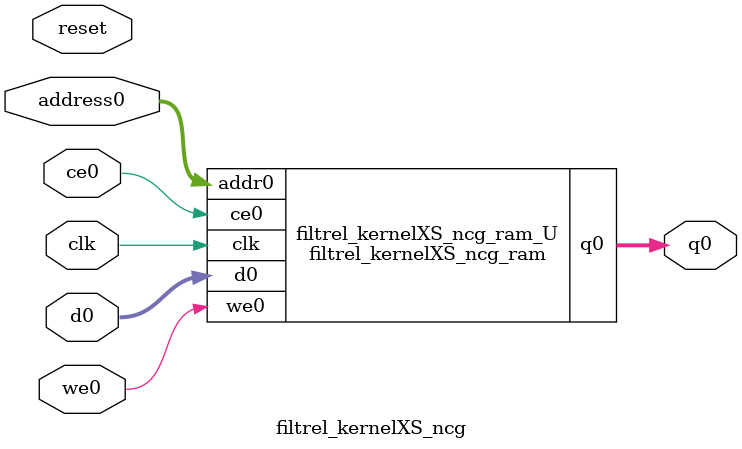
<source format=v>
`timescale 1 ns / 1 ps
module filtrel_kernelXS_ncg_ram (addr0, ce0, d0, we0, q0,  clk);

parameter DWIDTH = 8;
parameter AWIDTH = 13;
parameter MEM_SIZE = 8100;

input[AWIDTH-1:0] addr0;
input ce0;
input[DWIDTH-1:0] d0;
input we0;
output reg[DWIDTH-1:0] q0;
input clk;

(* ram_style = "block" *)reg [DWIDTH-1:0] ram[0:MEM_SIZE-1];




always @(posedge clk)  
begin 
    if (ce0) 
    begin
        if (we0) 
        begin 
            ram[addr0] <= d0; 
        end 
        q0 <= ram[addr0];
    end
end


endmodule

`timescale 1 ns / 1 ps
module filtrel_kernelXS_ncg(
    reset,
    clk,
    address0,
    ce0,
    we0,
    d0,
    q0);

parameter DataWidth = 32'd8;
parameter AddressRange = 32'd8100;
parameter AddressWidth = 32'd13;
input reset;
input clk;
input[AddressWidth - 1:0] address0;
input ce0;
input we0;
input[DataWidth - 1:0] d0;
output[DataWidth - 1:0] q0;



filtrel_kernelXS_ncg_ram filtrel_kernelXS_ncg_ram_U(
    .clk( clk ),
    .addr0( address0 ),
    .ce0( ce0 ),
    .we0( we0 ),
    .d0( d0 ),
    .q0( q0 ));

endmodule


</source>
